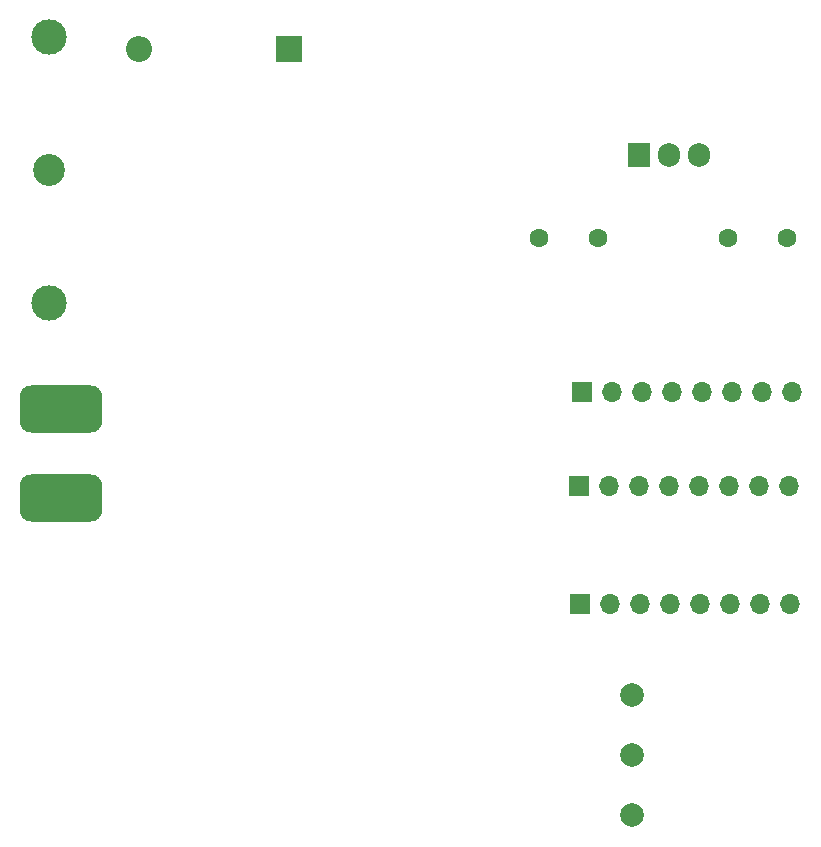
<source format=gbr>
%TF.GenerationSoftware,KiCad,Pcbnew,(6.0.4)*%
%TF.CreationDate,2022-09-19T22:09:22+05:30*%
%TF.ProjectId,fullsupply,66756c6c-7375-4707-906c-792e6b696361,rev?*%
%TF.SameCoordinates,Original*%
%TF.FileFunction,Soldermask,Top*%
%TF.FilePolarity,Negative*%
%FSLAX46Y46*%
G04 Gerber Fmt 4.6, Leading zero omitted, Abs format (unit mm)*
G04 Created by KiCad (PCBNEW (6.0.4)) date 2022-09-19 22:09:22*
%MOMM*%
%LPD*%
G01*
G04 APERTURE LIST*
G04 Aperture macros list*
%AMRoundRect*
0 Rectangle with rounded corners*
0 $1 Rounding radius*
0 $2 $3 $4 $5 $6 $7 $8 $9 X,Y pos of 4 corners*
0 Add a 4 corners polygon primitive as box body*
4,1,4,$2,$3,$4,$5,$6,$7,$8,$9,$2,$3,0*
0 Add four circle primitives for the rounded corners*
1,1,$1+$1,$2,$3*
1,1,$1+$1,$4,$5*
1,1,$1+$1,$6,$7*
1,1,$1+$1,$8,$9*
0 Add four rect primitives between the rounded corners*
20,1,$1+$1,$2,$3,$4,$5,0*
20,1,$1+$1,$4,$5,$6,$7,0*
20,1,$1+$1,$6,$7,$8,$9,0*
20,1,$1+$1,$8,$9,$2,$3,0*%
G04 Aperture macros list end*
%ADD10C,1.600000*%
%ADD11R,1.700000X1.700000*%
%ADD12O,1.700000X1.700000*%
%ADD13R,2.200000X2.200000*%
%ADD14O,2.200000X2.200000*%
%ADD15C,2.000000*%
%ADD16C,2.700000*%
%ADD17C,3.000000*%
%ADD18RoundRect,1.000000X2.500000X-1.000000X2.500000X1.000000X-2.500000X1.000000X-2.500000X-1.000000X0*%
%ADD19R,1.905000X2.000000*%
%ADD20O,1.905000X2.000000*%
G04 APERTURE END LIST*
D10*
%TO.C,C2*%
X146500000Y-97000000D03*
X141500000Y-97000000D03*
%TD*%
D11*
%TO.C,J4*%
X128840000Y-118000000D03*
D12*
X131380000Y-118000000D03*
X133920000Y-118000000D03*
X136460000Y-118000000D03*
X139000000Y-118000000D03*
X141540000Y-118000000D03*
X144080000Y-118000000D03*
X146620000Y-118000000D03*
%TD*%
D13*
%TO.C,D1*%
X104350000Y-81000000D03*
D14*
X91650000Y-81000000D03*
%TD*%
D11*
%TO.C,J3*%
X128975000Y-128000000D03*
D12*
X131515000Y-128000000D03*
X134055000Y-128000000D03*
X136595000Y-128000000D03*
X139135000Y-128000000D03*
X141675000Y-128000000D03*
X144215000Y-128000000D03*
X146755000Y-128000000D03*
%TD*%
D15*
%TO.C,U3*%
X133375000Y-145850000D03*
X133375000Y-140770000D03*
X133375000Y-135690000D03*
%TD*%
D10*
%TO.C,C1*%
X125500000Y-97000000D03*
X130500000Y-97000000D03*
%TD*%
D11*
%TO.C,J2*%
X129125000Y-110000000D03*
D12*
X131665000Y-110000000D03*
X134205000Y-110000000D03*
X136745000Y-110000000D03*
X139285000Y-110000000D03*
X141825000Y-110000000D03*
X144365000Y-110000000D03*
X146905000Y-110000000D03*
%TD*%
D16*
%TO.C,F1*%
X84000000Y-91250000D03*
D17*
X84000000Y-80000000D03*
X84000000Y-102500000D03*
%TD*%
D18*
%TO.C,SW1*%
X85000000Y-119000000D03*
X85000000Y-111500000D03*
%TD*%
D19*
%TO.C,U1*%
X133960000Y-89945000D03*
D20*
X136500000Y-89945000D03*
X139040000Y-89945000D03*
%TD*%
M02*

</source>
